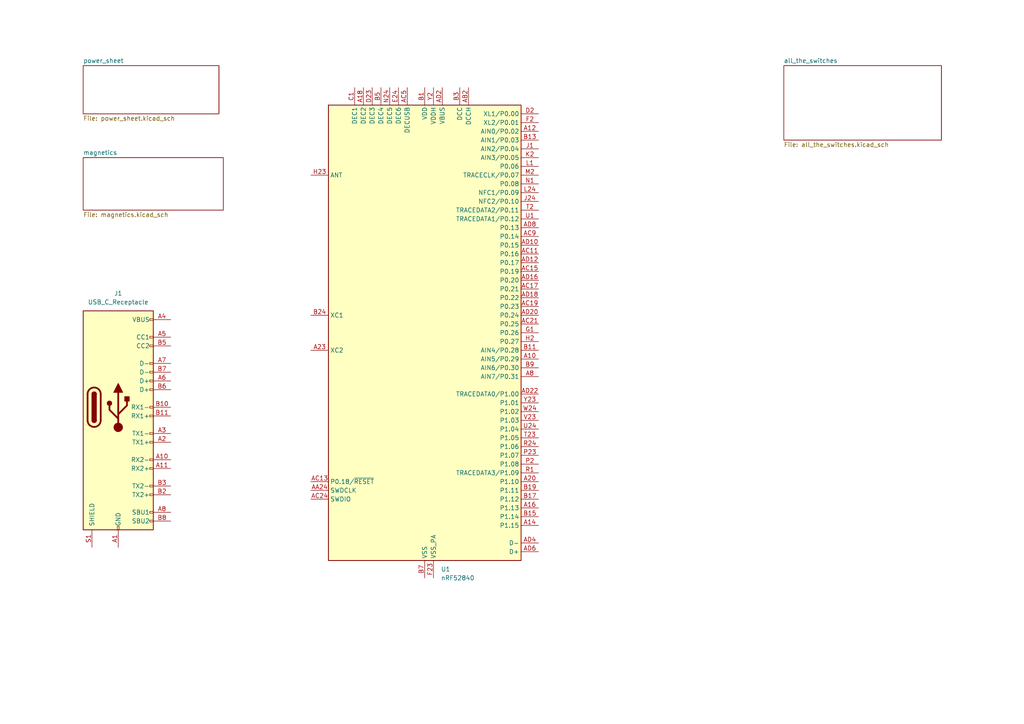
<source format=kicad_sch>
(kicad_sch (version 20250114) (generator "eeschema") (generator_version "9.0")
  (paper "A4")
  (lib_symbols
    (symbol "Connector:USB_C_Receptacle" (pin_names (offset 1.016))
      (property "Reference" "J" (at -10.16 29.21 0))
      (property "Value" "USB_C_Receptacle" (at 10.16 29.21 0))
      (symbol "USB_C_Receptacle_0_0"
        (rectangle (start -0.254 -35.56) (end 0.254 -34.544))
        (rectangle (start 10.16 25.654) (end 9.144 25.146))
        (rectangle (start 10.16 20.574) (end 9.144 20.066))
        (rectangle (start 10.16 18.034) (end 9.144 17.526))
        (rectangle (start 10.16 12.954) (end 9.144 12.446))
        (rectangle (start 10.16 10.414) (end 9.144 9.906))
        (rectangle (start 10.16 7.874) (end 9.144 7.366))
        (rectangle (start 10.16 5.334) (end 9.144 4.826))
        (rectangle (start 10.16 0.254) (end 9.144 -0.254))
        (rectangle (start 10.16 -2.286) (end 9.144 -2.794))
        (rectangle (start 10.16 -7.366) (end 9.144 -7.874))
        (rectangle (start 10.16 -9.906) (end 9.144 -10.414))
        (rectangle (start 10.16 -14.986) (end 9.144 -15.494))
        (rectangle (start 10.16 -17.526) (end 9.144 -18.034))
        (rectangle (start 10.16 -22.606) (end 9.144 -23.114))
        (rectangle (start 10.16 -25.146) (end 9.144 -25.654))
        (rectangle (start 10.16 -30.226) (end 9.144 -30.734))
        (rectangle (start 10.16 -32.766) (end 9.144 -33.274))
      )
      (symbol "USB_C_Receptacle_0_1"
        (rectangle (start -10.16 27.94) (end 10.16 -35.56) (stroke (width 0.254)) (fill (type background)))
        (polyline (pts (xy -8.89 -3.81) (xy -8.89 3.81)) (stroke (width 0.508)))
        (rectangle (start -7.62 -3.81) (end -6.35 3.81) (stroke (width 0.254)) (fill (type outline)))
        (arc (start -7.62 3.81) (mid -6.985 4.4423) (end -6.35 3.81) (stroke (width 0.254)))
        (arc (start -7.62 3.81) (mid -6.985 4.4423) (end -6.35 3.81) (stroke (width 0.254)) (fill (type outline)))
        (arc (start -8.89 3.81) (mid -6.985 5.7067) (end -5.08 3.81) (stroke (width 0.508)))
        (arc (start -5.08 -3.81) (mid -6.985 -5.7067) (end -8.89 -3.81) (stroke (width 0.508)))
        (arc (start -6.35 -3.81) (mid -6.985 -4.4423) (end -7.62 -3.81) (stroke (width 0.254)))
        (arc (start -6.35 -3.81) (mid -6.985 -4.4423) (end -7.62 -3.81) (stroke (width 0.254)) (fill (type outline)))
        (polyline (pts (xy -5.08 3.81) (xy -5.08 -3.81)) (stroke (width 0.508)))
      )
      (symbol "USB_C_Receptacle_1_1"
        (circle (center -2.54 1.143) (radius 0.635) (stroke (width 0.254)) (fill (type outline)))
        (polyline (pts (xy -1.27 4.318) (xy 0 6.858) (xy 1.27 4.318) (xy -1.27 4.318)) (stroke (width 0.254)) (fill (type outline)))
        (polyline (pts (xy 0 -2.032) (xy 2.54 0.508) (xy 2.54 1.778)) (stroke (width 0.508)))
        (polyline (pts (xy 0 -3.302) (xy -2.54 -0.762) (xy -2.54 0.508)) (stroke (width 0.508)))
        (polyline (pts (xy 0 -5.842) (xy 0 4.318)) (stroke (width 0.508)))
        (circle (center 0 -5.842) (radius 1.27) (fill (type outline)))
        (rectangle (start 1.905 1.778) (end 3.175 3.048) (stroke (width 0.254)) (fill (type outline)))
        (pin passive line (at -7.62 -40.64 90) (length 5.08) (name "SHIELD") (number "S1"))
        (pin passive line (at 0 -40.64 90) (length 5.08) (name "GND") (number "A1"))
        (pin passive line (at 0 -40.64 90) (length 5.08) (hide yes) (name "GND") (number "A12"))
        (pin passive line (at 0 -40.64 90) (length 5.08) (hide yes) (name "GND") (number "B1"))
        (pin passive line (at 0 -40.64 90) (length 5.08) (hide yes) (name "GND") (number "B12"))
        (pin passive line (at 15.24 25.4 180) (length 5.08) (name "VBUS") (number "A4"))
        (pin passive line (at 15.24 25.4 180) (length 5.08) (hide yes) (name "VBUS") (number "A9"))
        (pin passive line (at 15.24 25.4 180) (length 5.08) (hide yes) (name "VBUS") (number "B4"))
        (pin passive line (at 15.24 25.4 180) (length 5.08) (hide yes) (name "VBUS") (number "B9"))
        (pin bidirectional line (at 15.24 20.32 180) (length 5.08) (name "CC1") (number "A5"))
        (pin bidirectional line (at 15.24 17.78 180) (length 5.08) (name "CC2") (number "B5"))
        (pin bidirectional line (at 15.24 12.7 180) (length 5.08) (name "D-") (number "A7"))
        (pin bidirectional line (at 15.24 10.16 180) (length 5.08) (name "D-") (number "B7"))
        (pin bidirectional line (at 15.24 7.62 180) (length 5.08) (name "D+") (number "A6"))
        (pin bidirectional line (at 15.24 5.08 180) (length 5.08) (name "D+") (number "B6"))
        (pin bidirectional line (at 15.24 0 180) (length 5.08) (name "RX1-") (number "B10"))
        (pin bidirectional line (at 15.24 -2.54 180) (length 5.08) (name "RX1+") (number "B11"))
        (pin bidirectional line (at 15.24 -7.62 180) (length 5.08) (name "TX1-") (number "A3"))
        (pin bidirectional line (at 15.24 -10.16 180) (length 5.08) (name "TX1+") (number "A2"))
        (pin bidirectional line (at 15.24 -15.24 180) (length 5.08) (name "RX2-") (number "A10"))
        (pin bidirectional line (at 15.24 -17.78 180) (length 5.08) (name "RX2+") (number "A11"))
        (pin bidirectional line (at 15.24 -22.86 180) (length 5.08) (name "TX2-") (number "B3"))
        (pin bidirectional line (at 15.24 -25.4 180) (length 5.08) (name "TX2+") (number "B2"))
        (pin bidirectional line (at 15.24 -30.48 180) (length 5.08) (name "SBU1") (number "A8"))
        (pin bidirectional line (at 15.24 -33.02 180) (length 5.08) (name "SBU2") (number "B8"))
      )
    )
    (symbol "MCU_Nordic:nRF52840"
      (property "Reference" "U" (at 0 5.08 0))
      (property "Value" "nRF52840" (at 0 2.54 0))
      (symbol "nRF52840_0_1"
        (rectangle (start -27.94 66.04) (end 27.94 -66.04) (stroke (width 0.254)) (fill (type background)))
      )
      (symbol "nRF52840_1_1"
        (pin passive line (at -33.02 45.72 0) (length 5.08) (name "ANT") (number "H23"))
        (pin input line (at -33.02 5.08 0) (length 5.08) (name "XC1") (number "B24"))
        (pin input line (at -33.02 -5.08 0) (length 5.08) (name "XC2") (number "A23"))
        (pin bidirectional line (at -33.02 -43.18 0) (length 5.08) (name "P0.18/~{RESET}") (number "AC13"))
        (pin input line (at -33.02 -45.72 0) (length 5.08) (name "SWDCLK") (number "AA24"))
        (pin bidirectional line (at -33.02 -48.26 0) (length 5.08) (name "SWDIO") (number "AC24"))
        (pin passive line (at -20.32 71.12 270) (length 5.08) (name "DEC1") (number "C1"))
        (pin passive line (at -17.78 71.12 270) (length 5.08) (name "DEC2") (number "A18"))
        (pin passive line (at -15.24 71.12 270) (length 5.08) (name "DEC3") (number "D23"))
        (pin passive line (at -12.7 71.12 270) (length 5.08) (name "DEC4") (number "B5"))
        (pin passive line (at -10.16 71.12 270) (length 5.08) (name "DEC5") (number "N24"))
        (pin passive line (at -7.62 71.12 270) (length 5.08) (name "DEC6") (number "E24"))
        (pin passive line (at -5.08 71.12 270) (length 5.08) (name "DECUSB") (number "AC5"))
        (pin passive line (at 0 71.12 270) (length 5.08) (hide yes) (name "VDD") (number "A22"))
        (pin passive line (at 0 71.12 270) (length 5.08) (hide yes) (name "VDD") (number "AD14"))
        (pin passive line (at 0 71.12 270) (length 5.08) (hide yes) (name "VDD") (number "AD23"))
        (pin power_in line (at 0 71.12 270) (length 5.08) (name "VDD") (number "B1"))
        (pin passive line (at 0 71.12 270) (length 5.08) (hide yes) (name "VDD") (number "W1"))
        (pin power_in line (at 0 -71.12 90) (length 5.08) (name "VSS") (number "B7"))
        (pin passive line (at 0 -71.12 90) (length 5.08) (hide yes) (name "VSS") (number "EP"))
        (pin power_in line (at 2.54 71.12 270) (length 5.08) (name "VDDH") (number "Y2"))
        (pin power_in line (at 2.54 -71.12 90) (length 5.08) (name "VSS_PA") (number "F23"))
        (pin power_in line (at 5.08 71.12 270) (length 5.08) (name "VBUS") (number "AD2"))
        (pin power_out line (at 10.16 71.12 270) (length 5.08) (name "DCC") (number "B3"))
        (pin power_out line (at 12.7 71.12 270) (length 5.08) (name "DCCH") (number "AB2"))
        (pin bidirectional line (at 33.02 63.5 180) (length 5.08) (name "XL1/P0.00") (number "D2"))
        (pin bidirectional line (at 33.02 60.96 180) (length 5.08) (name "XL2/P0.01") (number "F2"))
        (pin bidirectional line (at 33.02 58.42 180) (length 5.08) (name "AIN0/P0.02") (number "A12"))
        (pin bidirectional line (at 33.02 55.88 180) (length 5.08) (name "AIN1/P0.03") (number "B13"))
        (pin bidirectional line (at 33.02 53.34 180) (length 5.08) (name "AIN2/P0.04") (number "J1"))
        (pin bidirectional line (at 33.02 50.8 180) (length 5.08) (name "AIN3/P0.05") (number "K2"))
        (pin bidirectional line (at 33.02 48.26 180) (length 5.08) (name "P0.06") (number "L1"))
        (pin bidirectional line (at 33.02 45.72 180) (length 5.08) (name "TRACECLK/P0.07") (number "M2"))
        (pin bidirectional line (at 33.02 43.18 180) (length 5.08) (name "P0.08") (number "N1"))
        (pin bidirectional line (at 33.02 40.64 180) (length 5.08) (name "NFC1/P0.09") (number "L24"))
        (pin bidirectional line (at 33.02 38.1 180) (length 5.08) (name "NFC2/P0.10") (number "J24"))
        (pin bidirectional line (at 33.02 35.56 180) (length 5.08) (name "TRACEDATA2/P0.11") (number "T2"))
        (pin bidirectional line (at 33.02 33.02 180) (length 5.08) (name "TRACEDATA1/P0.12") (number "U1"))
        (pin bidirectional line (at 33.02 30.48 180) (length 5.08) (name "P0.13") (number "AD8"))
        (pin bidirectional line (at 33.02 27.94 180) (length 5.08) (name "P0.14") (number "AC9"))
        (pin bidirectional line (at 33.02 25.4 180) (length 5.08) (name "P0.15") (number "AD10"))
        (pin bidirectional line (at 33.02 22.86 180) (length 5.08) (name "P0.16") (number "AC11"))
        (pin bidirectional line (at 33.02 20.32 180) (length 5.08) (name "P0.17") (number "AD12"))
        (pin bidirectional line (at 33.02 17.78 180) (length 5.08) (name "P0.19") (number "AC15"))
        (pin bidirectional line (at 33.02 15.24 180) (length 5.08) (name "P0.20") (number "AD16"))
        (pin bidirectional line (at 33.02 12.7 180) (length 5.08) (name "P0.21") (number "AC17"))
        (pin bidirectional line (at 33.02 10.16 180) (length 5.08) (name "P0.22") (number "AD18"))
        (pin bidirectional line (at 33.02 7.62 180) (length 5.08) (name "P0.23") (number "AC19"))
        (pin bidirectional line (at 33.02 5.08 180) (length 5.08) (name "P0.24") (number "AD20"))
        (pin bidirectional line (at 33.02 2.54 180) (length 5.08) (name "P0.25") (number "AC21"))
        (pin bidirectional line (at 33.02 0 180) (length 5.08) (name "P0.26") (number "G1"))
        (pin bidirectional line (at 33.02 -2.54 180) (length 5.08) (name "P0.27") (number "H2"))
        (pin bidirectional line (at 33.02 -5.08 180) (length 5.08) (name "AIN4/P0.28") (number "B11"))
        (pin bidirectional line (at 33.02 -7.62 180) (length 5.08) (name "AIN5/P0.29") (number "A10"))
        (pin bidirectional line (at 33.02 -10.16 180) (length 5.08) (name "AIN6/P0.30") (number "B9"))
        (pin bidirectional line (at 33.02 -12.7 180) (length 5.08) (name "AIN7/P0.31") (number "A8"))
        (pin bidirectional line (at 33.02 -17.78 180) (length 5.08) (name "TRACEDATA0/P1.00") (number "AD22"))
        (pin bidirectional line (at 33.02 -20.32 180) (length 5.08) (name "P1.01") (number "Y23"))
        (pin bidirectional line (at 33.02 -22.86 180) (length 5.08) (name "P1.02") (number "W24"))
        (pin bidirectional line (at 33.02 -25.4 180) (length 5.08) (name "P1.03") (number "V23"))
        (pin bidirectional line (at 33.02 -27.94 180) (length 5.08) (name "P1.04") (number "U24"))
        (pin bidirectional line (at 33.02 -30.48 180) (length 5.08) (name "P1.05") (number "T23"))
        (pin bidirectional line (at 33.02 -33.02 180) (length 5.08) (name "P1.06") (number "R24"))
        (pin bidirectional line (at 33.02 -35.56 180) (length 5.08) (name "P1.07") (number "P23"))
        (pin bidirectional line (at 33.02 -38.1 180) (length 5.08) (name "P1.08") (number "P2"))
        (pin bidirectional line (at 33.02 -40.64 180) (length 5.08) (name "TRACEDATA3/P1.09") (number "R1"))
        (pin bidirectional line (at 33.02 -43.18 180) (length 5.08) (name "P1.10") (number "A20"))
        (pin bidirectional line (at 33.02 -45.72 180) (length 5.08) (name "P1.11") (number "B19"))
        (pin bidirectional line (at 33.02 -48.26 180) (length 5.08) (name "P1.12") (number "B17"))
        (pin bidirectional line (at 33.02 -50.8 180) (length 5.08) (name "P1.13") (number "A16"))
        (pin bidirectional line (at 33.02 -53.34 180) (length 5.08) (name "P1.14") (number "B15"))
        (pin bidirectional line (at 33.02 -55.88 180) (length 5.08) (name "P1.15") (number "A14"))
        (pin bidirectional line (at 33.02 -60.96 180) (length 5.08) (name "D-") (number "AD4"))
        (pin bidirectional line (at 33.02 -63.5 180) (length 5.08) (name "D+") (number "AD6"))
      )
    )
  )
  (symbol (lib_id "MCU_Nordic:nRF52840") (at 123.19 96.52 0) (unit 1)
    (property "Reference" "U1" (at 127.8733 165.1 0) (effects (justify left)))
    (property "Value" "nRF52840" (at 127.8733 167.64 0) (effects (justify left)))
    (property "Footprint" "Package_DFN_QFN:Nordic_AQFN-73-1EP_7x7mm_P0.5mm" (effects (hide yes)))
    (property "Datasheet" "http://infocenter.nordicsemi.com/topic/com.nordic.infocenter.nrf52/dita/nrf52/chips/nrf52840.html" (effects (hide yes)))
    (property "Description" "Multiprotocol BLE/ANT/2.4 GHz/802.15.4 Cortex-M4F SoC, AQFN-73" (effects (hide yes)))
  )
  (symbol (lib_id "Connector:USB_C_Receptacle") (at 34.29 118.11 0) (unit 1)
    (property "Reference" "J1" (at 34.29 85.09 0))
    (property "Value" "USB_C_Receptacle" (at 34.29 87.63 0))
    (property "Datasheet" "https://www.usb.org/sites/default/files/documents/usb_type-c.zip" (effects (hide yes)))
    (property "Description" "USB Full-Featured Type-C Receptacle connector" (effects (hide yes)))
  )
  (sheet (at 24.13 45.72) (size 40.64 15.24) (stroke (width 0.1524))
    (property "Sheetname" "magnetics" (at 24.13 45.0084 0) (effects (justify left bottom)))
    (property "Sheetfile" "magnetics.kicad_sch" (at 24.13 61.5446 0) (effects (justify left top)))
  )
  (sheet (at 227.33 19.05) (size 45.72 21.59) (stroke (width 0.1524))
    (property "Sheetname" "all_the_switches" (at 227.33 18.3384 0) (effects (justify left bottom)))
    (property "Sheetfile" "all_the_switches.kicad_sch" (at 227.33 41.2246 0) (effects (justify left top)))
  )
  (sheet (at 24.13 19.05) (size 39.37 13.97) (stroke (width 0.1524))
    (property "Sheetname" "power_sheet" (at 24.13 18.3384 0) (effects (justify left bottom)))
    (property "Sheetfile" "power_sheet.kicad_sch" (at 24.13 33.6046 0) (effects (justify left top)))
  )
)
</source>
